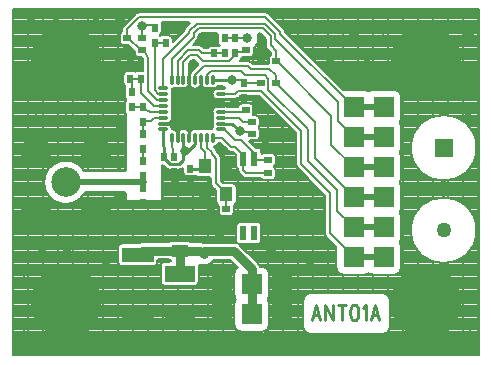
<source format=gbr>
*
*
G04 PADS 9.5 Build Number: 522968 generated Gerber (RS-274-X) file*
G04 PC Version=2.1*
*
%IN "ANT01.pcb"*%
*
%MOIN*%
*
%FSLAX35Y35*%
*
*
*
*
G04 PC Standard Apertures*
*
*
G04 Thermal Relief Aperture macro.*
%AMTER*
1,1,$1,0,0*
1,0,$1-$2,0,0*
21,0,$3,$4,0,0,45*
21,0,$3,$4,0,0,135*
%
*
*
G04 Annular Aperture macro.*
%AMANN*
1,1,$1,0,0*
1,0,$2,0,0*
%
*
*
G04 Odd Aperture macro.*
%AMODD*
1,1,$1,0,0*
1,0,$1-0.005,0,0*
%
*
*
G04 PC Custom Aperture Macros*
*
*
*
*
*
*
G04 PC Aperture Table*
*
%ADD012R,0.07X0.07*%
%ADD013C,0.23622*%
%ADD014C,0.05*%
%ADD017C,0.02*%
%ADD019C,0.03*%
%ADD024C,0.001*%
%ADD025C,0.01*%
%ADD036C,0.008*%
%ADD040R,0.06X0.06*%
%ADD055C,0.006*%
%ADD056R,0.025X0.02*%
%ADD057R,0.02X0.025*%
%ADD058R,0.04331X0.04724*%
%ADD059O,0.03346X0.01181*%
%ADD060O,0.01181X0.03346*%
%ADD061R,0.144X0.144*%
%ADD062R,0.02362X0.04724*%
%ADD063R,0.056X0.039*%
%ADD064C,0.09843*%
%ADD065C,0.10236*%
%ADD066R,0.1X0.055*%
%ADD067R,0.105X0.05*%
%ADD068C,0.019*%
%ADD069C,0.032*%
%ADD070C,0.024*%
*
*
*
*
G04 PC Circuitry*
G04 Layer Name ANT01.pcb - circuitry*
%LPD*%
*
*
G04 PC Custom Flashes*
G04 Layer Name ANT01.pcb - flashes*
%LPD*%
*
*
G04 PC Circuitry*
G04 Layer Name ANT01.pcb - circuitry*
%LPD*%
*
G54D12*
G01X226000Y185000D03*
X216000D03*
X226000Y165000D03*
X216000D03*
X226000Y175000D03*
X216000D03*
X226000Y135000D03*
X216000D03*
X226000Y145000D03*
X216000D03*
X226000Y155000D03*
X216000D03*
X172000Y126000D03*
Y116000D03*
X182000Y126000D03*
Y116000D03*
X192000Y126000D03*
Y116000D03*
G54D13*
X120000Y120000D03*
X240000Y200000D03*
Y120000D03*
X120000Y200000D03*
G54D14*
X246000Y144000D03*
G54D17*
X120300Y160300D02*
X120000Y160000D01*
X146000*
G54D19*
X144000Y135800D02*
X145400Y137200D01*
X158000*
Y129500D02*
Y137200D01*
X164800*
X166000Y136000*
Y137000*
X176000*
X182000Y131000*
Y126000*
Y116000*
G54D24*
G54D25*
X203455Y119250D02*
X202000Y114000D01*
X203455Y119250D02*
X204909Y114000D01*
X202545Y115750D02*
X204364D01*
X206545Y119250D02*
Y114000D01*
Y119250D02*
X209091Y114000D01*
Y119250D02*
Y114000D01*
X212000Y119250D02*
Y114000D01*
X210727Y119250D02*
X213273D01*
X216000D02*
X215455Y119000D01*
X215091Y118250*
X214909Y117000*
Y116250*
X215091Y115000*
X215455Y114250*
X216000Y114000*
X216364*
X216909Y114250*
X217273Y115000*
X217455Y116250*
Y117000*
X217273Y118250*
X216909Y119000*
X216364Y119250*
X216000*
X219091Y118250D02*
X219455Y118500D01*
X220000Y119250*
Y114000*
X223091Y119250D02*
X221636Y114000D01*
X223091Y119250D02*
X224545Y114000D01*
X222182Y115750D02*
X224000D01*
X159200Y170800D02*
Y170400D01*
X159600*
X159200Y170800D02*
Y171000D01*
X159247Y171047*
Y174854*
X152780Y168860D02*
Y167973D01*
X154753Y166000*
X157647*
X159200Y167553*
Y170400*
X157476Y179776D02*
X157321Y179579D01*
X162200Y184500*
X161200Y189100D02*
X161216Y193063D01*
Y194146*
X161200Y189100D02*
X162200Y184500D01*
X161200Y178600*
Y175000*
X161216Y174854*
X159600Y170400D02*
X160784D01*
X163184Y172800*
X157279Y174854D02*
X157300Y175200D01*
Y178800*
X162200Y184500*
X152554Y177610D02*
Y172023D01*
X152780Y171797*
Y168860*
X152554Y179579D02*
X157321D01*
X162200Y184500*
X165200Y190500*
Y194146*
X168300Y190500D02*
X162200Y184500D01*
X167100Y187400*
X171846*
X162200Y184500D02*
X167500Y185400D01*
X171846*
X163184Y174854D02*
Y172800D01*
X171846Y187453D02*
Y187400D01*
Y185484D02*
Y185400D01*
Y179579D02*
X175421D01*
X178000Y177000*
X161500Y164500D02*
X166500D01*
Y165402*
X171800Y191400D02*
X171846Y191390D01*
X165153Y194146D02*
X165200D01*
X169090D02*
Y194000D01*
X175500*
G54D36*
X155310Y174854D02*
Y173772D01*
X155600Y169350*
Y168500*
X156200*
X145784Y176015D02*
Y180015D01*
X142059Y189999D02*
Y194500D01*
Y184999D02*
Y185015D01*
X145784*
Y180015D02*
Y180534D01*
X148384*
X149281Y181431*
X152554*
Y181547*
X145784Y185015D02*
Y184354D01*
X148500Y183500*
X152554*
Y183516*
X145784Y158015D02*
X146000Y158231D01*
Y160000*
X145784Y167015D02*
Y171015D01*
Y162015D02*
X146000Y161800D01*
Y160000*
X162200Y184500D02*
X168200Y190500D01*
Y191300*
X171756*
X171846Y191390*
X178000Y177000D02*
X181254Y176835D01*
X182104*
Y176235*
X179228Y167902D02*
Y163939D01*
X180168Y163000*
X187500*
X183030Y167902D02*
X182772D01*
Y167500*
X187500*
X169090Y174854D02*
X172146D01*
X175188Y171812*
X176499*
X179228Y169083*
Y167902*
X167121Y174854D02*
X167182D01*
Y171581*
X168670Y170092*
Y169456*
X169653Y168473*
Y168446*
X169711Y168388*
Y168353*
X169817Y168247*
Y168169*
X170000Y167986*
Y159697*
X173500Y156197*
Y156000*
X165153Y174854D02*
Y171347D01*
X166500Y170000*
Y165402*
X171846Y189421D02*
X176421D01*
X177500Y190500*
X185000*
X198500Y177000*
Y166000*
X208000Y156500*
Y143000*
X216000Y135000*
X171846Y183516D02*
X176984D01*
X177100Y183400*
X180000*
Y184000*
X171846Y181547D02*
X177634D01*
X179107Y180074*
X182057*
X171846Y177610D02*
X172928D01*
X176539Y174000*
X178370*
X183030Y169341*
Y167902*
X173500Y156000D02*
X173513D01*
Y155987*
Y150985D02*
Y155987D01*
X161216Y195228D02*
X162500Y199500D01*
X140750Y208000D02*
X145250Y204000D01*
X142059Y194500D02*
X145000D01*
X137500Y199500D02*
X141500D01*
X145500Y212000D02*
Y212323D01*
X149671*
Y211473*
X145500Y208000D02*
Y212000D01*
X140500Y208000D02*
Y210960D01*
X144540Y215000*
X186485*
X191500Y209985*
Y209500*
X216000Y185000*
X149671Y206473D02*
X153358D01*
Y206459*
X149671Y206473D02*
Y190658D01*
X150829Y189500*
X152476*
X152554Y189421*
X145500Y204000D02*
X145989D01*
X147500Y201487*
Y190314*
X150314Y187500*
X152507*
X152554Y187453*
Y191390D02*
Y201181D01*
X161100Y209727*
Y210323*
X163677Y212900*
X186323*
X189900Y209323*
Y207600*
X210700Y186800*
Y180300*
X216000Y175000*
X155310Y194146D02*
Y201147D01*
X162700Y208537*
Y209660*
X164340Y211300*
X185660*
X188300Y208660*
Y205700*
X190200Y203800*
Y200300*
X157279Y194146D02*
Y200501D01*
X160777Y204000*
X164500*
X165500Y203000*
X169500*
X159247Y194146D02*
Y200207D01*
X161340Y202300*
X163799*
X165599Y200500*
X174487*
X176619Y202631*
Y203000*
X141500Y194500D02*
X142059D01*
X145000D02*
Y189765D01*
X149281Y185484*
X152554*
X176500Y203576D02*
X180200D01*
X176561Y203000D02*
X176619D01*
X175500Y194000D02*
X178800D01*
X179500Y193300*
Y193000*
X173000Y208000D02*
X176500D01*
X190200Y200300D02*
X190450D01*
X208500Y182250*
Y172500*
X216000Y165000*
X190000Y193000D02*
X190250D01*
X203000Y180250*
Y168000*
X216000Y155000*
X176500Y208000D02*
X180500D01*
X176500Y203000D02*
X176561D01*
X163184Y194146D02*
Y195792D01*
X166011Y198619*
X180897*
X181766Y197750*
X187850*
X190000Y195600*
Y193000*
X167121Y194146D02*
Y195792D01*
X168348Y197019*
X178338*
X178338D02*
X179681Y195675D01*
X186272*
X187500Y194447*
Y190908*
X200750Y177658*
Y167000*
X210450Y157300*
Y150550*
X216000Y145000*
X179500Y193000D02*
X185000D01*
X257030Y144000D02*
G75*
G03X257030I-11030J0D01*
G01Y171500D02*
G03X257030I-11030J0D01*
G01X257600Y102400D02*
Y217600D01*
X102400*
Y102400*
X257600*
X188400Y202587D02*
Y203054D01*
X187027Y204427*
X186500Y205700D02*
G03X187027Y204427I1800J-0D01*
G01X186500Y205700D02*
Y207914D01*
X184914Y209500*
X184208*
X182850Y204763D02*
G03X184208Y209500I-2350J3237D01*
G01X182850Y204763D02*
Y203000D01*
X181450Y201600D02*
G03X182850Y203000I0J1400D01*
G01X181450Y201600D02*
X178950D01*
X178892Y201601D02*
G03X178950Y201600I58J1399D01*
G01X177934Y200419D02*
G03X178892Y201601I-434J1331D01*
G01X177934Y200419D02*
X180897D01*
X182170Y199892D02*
G03X180897Y200419I-1273J-1273D01*
G01X182170Y199892D02*
X182511Y199550D01*
X187550*
Y201300*
X188400Y202587D02*
G03X187550Y201300I550J-1287D01*
G01X161911Y197065D02*
X164200Y199353D01*
X163053Y200500*
X162086*
X161047Y199461*
Y196078*
X161216Y195524D02*
G03X161047Y196078I-1969J-296D01*
G01X161420Y196151D02*
G03X161216Y195524I1764J-923D01*
G01X161911Y197065D02*
G03X161420Y196151I1273J-1273D01*
G01X171369Y205500D02*
G03X171250Y205432I631J-1250D01*
G01X170600Y206750D02*
G03X171369Y205500I1400J0D01*
G01X170600Y206750D02*
Y209250D01*
X170622Y209500D02*
G03X170600Y209250I1378J-250D01*
G01X170622Y209500D02*
X165086D01*
X164500Y208914*
Y208537*
X163973Y207264D02*
G03X164500Y208537I-1273J1273D01*
G01X163973Y207264D02*
X162509Y205800D01*
X164500*
X165773Y205273D02*
G03X164500Y205800I-1273J-1273D01*
G01X165773Y205273D02*
X166246Y204800D01*
X167213*
X168500Y205650D02*
G03X167213Y204800I0J-1400D01*
G01X168500Y205650D02*
X170500D01*
X171250Y205432D02*
G03X170500Y205650I-750J-1182D01*
G01X159827Y211595D02*
X161432Y213200D01*
X151987*
X152071Y212723D02*
G03X151987Y213200I-1400J0D01*
G01X152071Y212723D02*
Y210223D01*
X151301Y208973D02*
G03X152071Y210223I-630J1250D01*
G01X151524Y208833D02*
G03X151301Y208973I-853J-1110D01*
G01X152358Y209109D02*
G03X151524Y208833I0J-1400D01*
G01X152358Y209109D02*
X154358D01*
X155758Y207709D02*
G03X154358Y209109I-1400J0D01*
G01X155758Y207709D02*
Y206930D01*
X159307Y210479*
X159827Y211595D02*
G03X159307Y210479I1273J-1272D01*
G01X257030Y144000D02*
G03X257030I-11030J0D01*
G01Y171500D02*
G03X257030I-11030J0D01*
G01X228173Y120750D02*
Y111750D01*
X225773Y109350D02*
G03X228173Y111750I-0J2400D01*
G01X225773Y109350D02*
X201500D01*
X199100Y111750D02*
G03X201500Y109350I2400J0D01*
G01X199100Y111750D02*
Y120750D01*
X201500Y123150D02*
G03X199100Y120750I0J-2400D01*
G01X201500Y123150D02*
X225773D01*
X228173Y120750D02*
G03X225773Y123150I-2400J0D01*
G01X231900Y188500D02*
Y181500D01*
X231374Y180000D02*
G03X231900Y181500I-1874J1500D01*
G01Y178500D02*
G03X231374Y180000I-2400J0D01*
G01X231900Y178500D02*
Y171500D01*
X231374Y170000D02*
G03X231900Y171500I-1874J1500D01*
G01Y168500D02*
G03X231374Y170000I-2400J0D01*
G01X231900Y168500D02*
Y161500D01*
X231374Y160000D02*
G03X231900Y161500I-1874J1500D01*
G01Y158500D02*
G03X231374Y160000I-2400J0D01*
G01X231900Y158500D02*
Y151500D01*
X231374Y150000D02*
G03X231900Y151500I-1874J1500D01*
G01Y148500D02*
G03X231374Y150000I-2400J0D01*
G01X231900Y148500D02*
Y141500D01*
X231374Y140000D02*
G03X231900Y141500I-1874J1500D01*
G01Y138500D02*
G03X231374Y140000I-2400J0D01*
G01X231900Y138500D02*
Y131500D01*
X229500Y129100D02*
G03X231900Y131500I0J2400D01*
G01X229500Y129100D02*
X222500D01*
X221000Y129626D02*
G03X222500Y129100I1500J1874D01*
G01X219500D02*
G03X221000Y129626I0J2400D01*
G01X219500Y129100D02*
X212500D01*
X210100Y131500D02*
G03X212500Y129100I2400J0D01*
G01X210100Y131500D02*
Y138354D01*
X206727Y141727*
X206200Y143000D02*
G03X206727Y141727I1800J0D01*
G01X206200Y143000D02*
Y155754D01*
X197227Y164727*
X196700Y166000D02*
G03X197227Y164727I1800J0D01*
G01X196700Y166000D02*
Y176254D01*
X184254Y188700*
X178246*
X177694Y188148*
X176421Y187621D02*
G03X177694Y188148I0J1800D01*
G01X176421Y187621D02*
X173778D01*
X172928Y187431D02*
G03X173778Y187621I0J1990D01*
G01X172928Y187431D02*
X170763D01*
Y191412D02*
G03Y187431I0J-1991D01*
G01Y191412D02*
X172450D01*
X171980Y192100D02*
G03X172450Y191412I3520J1900D01*
G01X171980Y192100D02*
X170832D01*
X168106Y191333D02*
G03X170832Y192100I984J1730D01*
G01X165153Y192768D02*
G03X168106Y191333I1968J295D01*
G01X161216Y192767D02*
G03X165153Y192768I1968J296D01*
G01X158263Y191333D02*
G03X161216Y192767I984J1730D01*
G01X156294Y191333D02*
G03X158263I985J1730D01*
G01X155606Y191094D02*
G03X156294Y191333I-296J1969D01*
G01X155367Y190406D02*
G03X155606Y191094I-1730J984D01*
G01X155367Y188437D02*
G03Y190406I-1730J984D01*
G01Y186469D02*
G03Y188437I-1730J984D01*
G01Y184500D02*
G03Y186468I-1730J984D01*
G01Y182532D02*
G03Y184500I-1730J984D01*
G01X153933Y179579D02*
G03X155367Y182531I-296J1968D01*
G01X155606Y177906D02*
G03X153933Y179579I-1969J-296D01*
G01X157279Y176233D02*
G03X155606Y177906I-1969J-296D01*
G01X161216Y176233D02*
G03X157279I-1969J-296D01*
G01X164168Y177667D02*
G03X161216Y176233I-984J-1730D01*
G01X166137Y177667D02*
G03X164169I-984J-1730D01*
G01X168106D02*
G03X166137I-985J-1730D01*
G01X168794Y177906D02*
G03X168106Y177667I296J-1969D01*
G01X169033Y178594D02*
G03X168794Y177906I1730J-984D01*
G01X169033Y180563D02*
G03Y178594I1730J-984D01*
G01Y182531D02*
G03Y180563I1730J-984D01*
G01X170763Y185506D02*
G03X169033Y182532I0J-1990D01*
G01X170763Y185506D02*
X172928D01*
X173778Y185316D02*
G03X172928Y185506I-850J-1800D01*
G01X173778Y185316D02*
X176984D01*
X177377Y185272D02*
G03X176984Y185316I-393J-1756D01*
G01X178750Y186400D02*
G03X177377Y185272I0J-1400D01*
G01X178750Y186400D02*
X181250D01*
X182650Y185000D02*
G03X181250Y186400I-1400J0D01*
G01X182650Y185000D02*
Y183000D01*
X182548Y182474D02*
G03X182650Y183000I-1298J526D01*
G01X182548Y182474D02*
X183307D01*
X184707Y181074D02*
G03X183307Y182474I-1400J0D01*
G01X184707Y181074D02*
Y179074D01*
X184386Y178182D02*
G03X184707Y179074I-1079J892D01*
G01X184754Y177235D02*
G03X184386Y178181I-1400J0D01*
G01X184754Y177235D02*
Y175235D01*
X183354Y173835D02*
G03X184754Y175235I-0J1400D01*
G01X183354Y173835D02*
X181081D01*
X183252Y171664*
X183953*
X185353Y170264D02*
G03X183953Y171664I-1400J-0D01*
G01X185353Y170264D02*
Y169575D01*
X186250Y169900D02*
G03X185353Y169575I0J-1400D01*
G01X186250Y169900D02*
X188750D01*
X190150Y168500D02*
G03X188750Y169900I-1400J0D01*
G01X190150Y168500D02*
Y166500D01*
X189381Y165250D02*
G03X190150Y166500I-631J1250D01*
G01Y164000D02*
G03X189381Y165250I-1400J0D01*
G01X190150Y164000D02*
Y162000D01*
X188750Y160600D02*
G03X190150Y162000I0J1400D01*
G01X188750Y160600D02*
X186250D01*
X185101Y161200D02*
G03X186250Y160600I1149J800D01*
G01X185101Y161200D02*
X180168D01*
X178895Y161727D02*
G03X180168Y161200I1273J1273D01*
G01X178895Y161727D02*
X177956Y162667D01*
X177428Y163939D02*
G03X177956Y162667I1800J0D01*
G01X177428Y163939D02*
Y164284D01*
X176647Y165539D02*
G03X177428Y164284I1400J0D01*
G01X176647Y165539D02*
Y169118D01*
X175753Y170012*
X175188*
X173915Y170539D02*
G03X175188Y170012I1273J1273D01*
G01X173915Y170539D02*
X171400Y173054D01*
X170947*
X169487Y171821D02*
G03X170947Y173054I-397J1951D01*
G01X169487Y171821D02*
X169943Y171365D01*
X170467Y170205D02*
G03X169943Y171365I-1797J-113D01*
G01X170467Y170205D02*
X170926Y169746D01*
X171172Y169439D02*
G03X170926Y169746I-1519J-966D01*
G01X171200Y169398D02*
G03X171172Y169439I-1489J-1010D01*
G01X171375Y169147D02*
G03X171200Y169398I-1558J-900D01*
G01X171800Y167986D02*
G03X171375Y169147I-1800J0D01*
G01X171800Y167986D02*
Y160442D01*
X172480Y159762*
X175665*
X177065Y158362D02*
G03X175665Y159762I-1400J0D01*
G01X177065Y158362D02*
Y153638D01*
X176123Y152315D02*
G03X177065Y153638I-458J1323D01*
G01X176163Y151985D02*
G03X176123Y152315I-1400J-0D01*
G01X176163Y151985D02*
Y149985D01*
X174763Y148585D02*
G03X176163Y149985I-0J1400D01*
G01X174763Y148585D02*
X172263D01*
X170863Y149985D02*
G03X172263Y148585I1400J-0D01*
G01X170863Y149985D02*
Y151985D01*
X170900Y152307D02*
G03X170863Y151985I1363J-322D01*
G01X169935Y153638D02*
G03X170900Y152307I1400J-0D01*
G01X169935Y153638D02*
Y157217D01*
X168727Y158424*
X168200Y159697D02*
G03X168727Y158424I1800J-0D01*
G01X168200Y159697D02*
Y161639D01*
X164335*
X163297Y162099D02*
G03X164335Y161639I1038J940D01*
G01X162500Y161850D02*
G03X163297Y162099I0J1400D01*
G01X162500Y161850D02*
X160500D01*
X159100Y163250D02*
G03X160500Y161850I1400J0D01*
G01X159100Y163250D02*
Y164766D01*
X158991Y164656*
X157647Y164100D02*
G03X158991Y164656I0J1900D01*
G01X157647Y164100D02*
X154753D01*
X153409Y164656D02*
G03X154753Y164100I1344J1344D01*
G01X153409Y164656D02*
X152216Y165850D01*
X152200*
Y154100*
X151800Y153700D02*
G03X152200Y154100I0J400D01*
G01X151800Y153700D02*
X140300D01*
X139900Y154100D02*
G03X140300Y153700I400J0D01*
G01X139900Y154100D02*
Y156700D01*
X126535*
X126258Y163800D02*
G03X126535Y156700I-6258J-3800D01*
G01X126258Y163800D02*
X139900D01*
Y182963*
X139659Y183749D02*
G03X139900Y182963I1400J-0D01*
G01X139659Y183749D02*
Y186249D01*
X139900Y187035D02*
G03X139659Y186249I1159J-786D01*
G01X139900Y187035D02*
Y187963D01*
X139659Y188749D02*
G03X139900Y187963I1400J-0D01*
G01X139659Y188749D02*
Y191249D01*
X139875Y191997D02*
G03X139659Y191249I1184J-748D01*
G01X139100Y193250D02*
G03X139875Y191997I1400J0D01*
G01X139100Y193250D02*
Y195750D01*
X140500Y197150D02*
G03X139100Y195750I0J-1400D01*
G01X140500Y197150D02*
X142500D01*
X143250Y196932D02*
G03X142500Y197150I-750J-1182D01*
G01X144000D02*
G03X143250Y196932I0J-1400D01*
G01X144000Y197150D02*
X145700D01*
Y200988*
X145332Y201600*
X144250*
X142850Y203000D02*
G03X144250Y201600I1400J0D01*
G01X142850Y203000D02*
Y203725D01*
X140741Y205600*
X139250*
X137850Y207000D02*
G03X139250Y205600I1400J0D01*
G01X137850Y207000D02*
Y209000D01*
X138700Y210287D02*
G03X137850Y209000I550J-1287D01*
G01X138700Y210287D02*
Y210960D01*
X139227Y212233D02*
G03X138700Y210960I1273J-1273D01*
G01X139227Y212233D02*
X143267Y216273D01*
X144540Y216800D02*
G03X143267Y216273I0J-1800D01*
G01X144540Y216800D02*
X186485D01*
X187758Y216273D02*
G03X186485Y216800I-1273J-1273D01*
G01X187758Y216273D02*
X192773Y211258D01*
X193278Y210268D02*
G03X192773Y211258I-1778J-283D01*
G01X193278Y210268D02*
X212646Y190900D01*
X219500*
X221000Y190374D02*
G03X219500Y190900I-1500J-1874D01*
G01X222500D02*
G03X221000Y190374I0J-2400D01*
G01X222500Y190900D02*
X229500D01*
X231900Y188500D02*
G03X229500Y190900I-2400J0D01*
G01X187900Y129500D02*
Y122500D01*
X187374Y121000D02*
G03X187900Y122500I-1874J1500D01*
G01Y119500D02*
G03X187374Y121000I-2400J0D01*
G01X187900Y119500D02*
Y112500D01*
X185500Y110100D02*
G03X187900Y112500I0J2400D01*
G01X185500Y110100D02*
X178500D01*
X176100Y112500D02*
G03X178500Y110100I2400J0D01*
G01X176100Y112500D02*
Y119500D01*
X176626Y121000D02*
G03X176100Y119500I1874J-1500D01*
G01Y122500D02*
G03X176626Y121000I2400J0D01*
G01X176100Y122500D02*
Y129500D01*
X177313Y131586D02*
G03X176100Y129500I1187J-2086D01*
G01X177313Y131586D02*
X174799Y134100D01*
X169520*
X164397Y132335D02*
G03X169520Y134100I1603J3665D01*
G01X164400Y132250D02*
G03X164397Y132335I-1400J0D01*
G01X164400Y132250D02*
Y126750D01*
X163000Y125350D02*
G03X164400Y126750I0J1400D01*
G01X163000Y125350D02*
X153000D01*
X151600Y126750D02*
G03X153000Y125350I1400J0D01*
G01X151600Y126750D02*
Y132250D01*
X153000Y133650D02*
G03X151600Y132250I0J-1400D01*
G01X153000Y133650D02*
X155100D01*
Y133854*
X154172Y134300D02*
G03X155100Y133854I1028J950D01*
G01X154172Y134300D02*
X150650D01*
Y133300*
X149250Y131900D02*
G03X150650Y133300I0J1400D01*
G01X149250Y131900D02*
X138750D01*
X137350Y133300D02*
G03X138750Y131900I1400J0D01*
G01X137350Y133300D02*
Y138300D01*
X138750Y139700D02*
G03X137350Y138300I0J-1400D01*
G01X138750Y139700D02*
X143930D01*
X145400Y140100D02*
G03X143930Y139700I0J-2900D01*
G01X145400Y140100D02*
X154172D01*
X155200Y140550D02*
G03X154172Y140100I0J-1400D01*
G01X155200Y140550D02*
X160800D01*
X161828Y140100D02*
G03X160800Y140550I-1028J-950D01*
G01X161828Y140100D02*
X164800D01*
X165619Y139982D02*
G03X164800Y140100I-819J-2782D01*
G01X166889Y139900D02*
G03X165619Y139982I-889J-3900D01*
G01X166889Y139900D02*
X176000D01*
X177148Y139663D02*
G03X176000Y139900I-1148J-2663D01*
G01X176647Y140736D02*
G03X177148Y139663I1400J0D01*
G01X176647Y140736D02*
Y145461D01*
X178047Y146861D02*
G03X176647Y145461I0J-1400D01*
G01X178047Y146861D02*
X180409D01*
X181000Y146730D02*
G03X180409Y146861I-591J-1269D01*
G01X181591D02*
G03X181000Y146730I-0J-1400D01*
G01X181591Y146861D02*
X183953D01*
X185353Y145461D02*
G03X183953Y146861I-1400J-0D01*
G01X185353Y145461D02*
Y140736D01*
X183953Y139336D02*
G03X185353Y140736I-0J1400D01*
G01X183953Y139336D02*
X181591D01*
X181000Y139467D02*
G03X181591Y139336I591J1269D01*
G01X180409D02*
G03X181000Y139467I0J1400D01*
G01X180409Y139336D02*
X178047D01*
X177627Y139401D02*
G03X178047Y139336I420J1335D01*
G01X178051Y139051D02*
G03X177627Y139401I-2051J-2051D01*
G01X178051Y139051D02*
X184051Y133051D01*
X184757Y131900D02*
G03X184051Y133051I-2757J-900D01*
G01X184757Y131900D02*
X185500D01*
X187900Y129500D02*
G03X185500Y131900I-2400J0D01*
G01X151988Y213199D02*
X161431D01*
X152071Y212479D02*
X160711D01*
X152071Y211759D02*
X159991D01*
X152071Y211039D02*
X159449D01*
X152071Y210319D02*
X159146D01*
X151924Y209599D02*
X158426D01*
X155128Y208879D02*
X157706D01*
X155684Y208159D02*
X156986D01*
X155758Y207439D02*
X156266D01*
X151462Y208879D02*
X151589D01*
X162708Y205999D02*
X170819D01*
X163428Y206719D02*
X170600D01*
X164500Y208879D02*
X170600D01*
X164460Y208159D02*
X170600D01*
X164126Y207439D02*
X170600D01*
X165767Y205279D02*
X167550D01*
X161105Y199519D02*
X164034D01*
X161047Y198799D02*
X163645D01*
X161825Y200239D02*
X163314D01*
X161047Y198079D02*
X162925D01*
X161047Y197359D02*
X162205D01*
X161047Y196639D02*
X161596D01*
X161114Y195919D02*
X161317D01*
X182850Y203119D02*
X188336D01*
X182714Y202399D02*
X188082D01*
X182850Y203839D02*
X187616D01*
X181913Y201679D02*
X187602D01*
X178655Y200959D02*
X187550D01*
X181682Y200239D02*
X187550D01*
X182850Y204559D02*
X186908D01*
X183432Y205279D02*
X186550D01*
X184460Y207439D02*
X186500D01*
X184289Y206719D02*
X186500D01*
X183963Y205999D02*
X186500D01*
X184497Y208159D02*
X186255D01*
X184402Y208879D02*
X185535D01*
X102400Y217519D02*
X257600D01*
X186555Y216799D02*
X257600D01*
X187952Y216079D02*
X257600D01*
X188672Y215359D02*
X257600D01*
X189392Y214639D02*
X257600D01*
X190112Y213919D02*
X257600D01*
X190832Y213199D02*
X257600D01*
X191552Y212479D02*
X257600D01*
X192272Y211759D02*
X257600D01*
X192960Y211039D02*
X257600D01*
X193269Y210319D02*
X257600D01*
X193947Y209599D02*
X257600D01*
X194667Y208879D02*
X257600D01*
X195387Y208159D02*
X257600D01*
X196107Y207439D02*
X257600D01*
X196827Y206719D02*
X257600D01*
X197547Y205999D02*
X257600D01*
X198267Y205279D02*
X257600D01*
X198987Y204559D02*
X257600D01*
X199707Y203839D02*
X257600D01*
X200427Y203119D02*
X257600D01*
X201147Y202399D02*
X257600D01*
X201867Y201679D02*
X257600D01*
X202587Y200959D02*
X257600D01*
X203307Y200239D02*
X257600D01*
X204027Y199519D02*
X257600D01*
X204747Y198799D02*
X257600D01*
X205467Y198079D02*
X257600D01*
X206187Y197359D02*
X257600D01*
X206907Y196639D02*
X257600D01*
X207627Y195919D02*
X257600D01*
X208347Y195199D02*
X257600D01*
X209067Y194479D02*
X257600D01*
X209787Y193759D02*
X257600D01*
X210507Y193039D02*
X257600D01*
X211227Y192319D02*
X257600D01*
X211947Y191599D02*
X257600D01*
X229819Y190879D02*
X257600D01*
X231235Y190159D02*
X257600D01*
X231709Y189439D02*
X257600D01*
X231890Y188719D02*
X257600D01*
X231900Y187999D02*
X257600D01*
X231900Y187279D02*
X257600D01*
X231900Y186559D02*
X257600D01*
X231900Y185839D02*
X257600D01*
X231900Y185119D02*
X257600D01*
X231900Y184399D02*
X257600D01*
X231900Y183679D02*
X257600D01*
X231900Y182959D02*
X257600D01*
X248519Y182239D02*
X257600D01*
X250614Y181519D02*
X257600D01*
X251933Y180799D02*
X257600D01*
X252933Y180079D02*
X257600D01*
X253740Y179359D02*
X257600D01*
X254409Y178639D02*
X257600D01*
X254970Y177919D02*
X257600D01*
X255444Y177199D02*
X257600D01*
X255843Y176479D02*
X257600D01*
X256175Y175759D02*
X257600D01*
X256447Y175039D02*
X257600D01*
X256664Y174319D02*
X257600D01*
X256829Y173599D02*
X257600D01*
X256944Y172879D02*
X257600D01*
X257010Y172159D02*
X257600D01*
X257030Y171439D02*
X257600D01*
X257002Y170719D02*
X257600D01*
X256928Y169999D02*
X257600D01*
X256804Y169279D02*
X257600D01*
X256631Y168559D02*
X257600D01*
X256405Y167839D02*
X257600D01*
X256123Y167119D02*
X257600D01*
X255780Y166399D02*
X257600D01*
X255369Y165679D02*
X257600D01*
X254881Y164959D02*
X257600D01*
X254303Y164239D02*
X257600D01*
X253613Y163519D02*
X257600D01*
X252779Y162799D02*
X257600D01*
X251736Y162079D02*
X257600D01*
X250338Y161359D02*
X257600D01*
X247923Y160639D02*
X257600D01*
X231436Y159919D02*
X257600D01*
X231796Y159199D02*
X257600D01*
X231900Y158479D02*
X257600D01*
X231900Y157759D02*
X257600D01*
X231900Y157039D02*
X257600D01*
X231900Y156319D02*
X257600D01*
X231900Y155599D02*
X257600D01*
X247822Y154879D02*
X257600D01*
X250297Y154159D02*
X257600D01*
X251708Y153439D02*
X257600D01*
X252756Y152719D02*
X257600D01*
X253595Y151999D02*
X257600D01*
X254288Y151279D02*
X257600D01*
X254868Y150559D02*
X257600D01*
X255358Y149839D02*
X257600D01*
X255771Y149119D02*
X257600D01*
X256115Y148399D02*
X257600D01*
X256399Y147679D02*
X257600D01*
X256626Y146959D02*
X257600D01*
X256801Y146239D02*
X257600D01*
X256925Y145519D02*
X257600D01*
X257001Y144799D02*
X257600D01*
X257030Y144079D02*
X257600D01*
X257012Y143359D02*
X257600D01*
X256946Y142639D02*
X257600D01*
X256832Y141919D02*
X257600D01*
X256669Y141199D02*
X257600D01*
X256453Y140479D02*
X257600D01*
X256182Y139759D02*
X257600D01*
X255851Y139039D02*
X257600D01*
X255454Y138319D02*
X257600D01*
X254983Y137599D02*
X257600D01*
X254423Y136879D02*
X257600D01*
X253757Y136159D02*
X257600D01*
X252955Y135439D02*
X257600D01*
X251960Y134719D02*
X257600D01*
X250652Y133999D02*
X257600D01*
X248592Y133279D02*
X257600D01*
X231900Y132559D02*
X257600D01*
X231900Y131839D02*
X257600D01*
X231870Y131119D02*
X257600D01*
X231632Y130399D02*
X257600D01*
X231063Y129679D02*
X257600D01*
X187900Y128959D02*
X257600D01*
X187900Y128239D02*
X257600D01*
X187900Y127519D02*
X257600D01*
X187900Y126799D02*
X257600D01*
X187900Y126079D02*
X257600D01*
X187900Y125359D02*
X257600D01*
X187900Y124639D02*
X257600D01*
X187900Y123919D02*
X257600D01*
X187900Y123199D02*
X257600D01*
X227438Y122479D02*
X257600D01*
X227950Y121759D02*
X257600D01*
X228155Y121039D02*
X257600D01*
X228173Y120319D02*
X257600D01*
X228173Y119599D02*
X257600D01*
X228173Y118879D02*
X257600D01*
X228173Y118159D02*
X257600D01*
X228173Y117439D02*
X257600D01*
X228173Y116719D02*
X257600D01*
X228173Y115999D02*
X257600D01*
X228173Y115279D02*
X257600D01*
X228173Y114559D02*
X257600D01*
X228173Y113839D02*
X257600D01*
X228173Y113119D02*
X257600D01*
X228173Y112399D02*
X257600D01*
X228172Y111679D02*
X257600D01*
X228039Y110959D02*
X257600D01*
X227637Y110239D02*
X257600D01*
X226657Y109519D02*
X257600D01*
X102400Y108799D02*
X257600D01*
X102400Y108079D02*
X257600D01*
X102400Y107359D02*
X257600D01*
X102400Y106639D02*
X257600D01*
X102400Y105919D02*
X257600D01*
X102400Y105199D02*
X257600D01*
X102400Y104479D02*
X257600D01*
X102400Y103759D02*
X257600D01*
X102400Y103039D02*
X257600D01*
X231900Y154879D02*
X244178D01*
X231740Y160639D02*
X244077D01*
X231900Y182239D02*
X243481D01*
X231900Y133279D02*
X243408D01*
X231900Y154159D02*
X241703D01*
X231896Y161359D02*
X241662D01*
X231900Y181519D02*
X241386D01*
X231900Y133999D02*
X241348D01*
X231900Y153439D02*
X240292D01*
X231900Y162079D02*
X240264D01*
X231795Y180799D02*
X240067D01*
X231900Y134719D02*
X240040D01*
X231900Y152719D02*
X239244D01*
X231900Y162799D02*
X239221D01*
X231434Y180079D02*
X239067D01*
X231900Y135439D02*
X239045D01*
X231900Y151999D02*
X238405D01*
X231900Y163519D02*
X238387D01*
X231741Y179359D02*
X238260D01*
X231900Y136159D02*
X238243D01*
X231890Y151279D02*
X237712D01*
X231900Y164239D02*
X237697D01*
X231896Y178639D02*
X237591D01*
X231900Y136879D02*
X237577D01*
X231708Y150559D02*
X237132D01*
X231900Y164959D02*
X237119D01*
X231900Y177919D02*
X237030D01*
X231900Y137599D02*
X237017D01*
X231492Y149839D02*
X236642D01*
X231900Y165679D02*
X236631D01*
X231900Y177199D02*
X236556D01*
X231900Y138319D02*
X236546D01*
X231819Y149119D02*
X236229D01*
X231900Y166399D02*
X236220D01*
X231900Y176479D02*
X236157D01*
X231839Y139039D02*
X236149D01*
X231900Y148399D02*
X235885D01*
X231900Y167119D02*
X235877D01*
X231900Y175759D02*
X235825D01*
X231543Y139759D02*
X235818D01*
X231900Y147679D02*
X235601D01*
X231900Y167839D02*
X235595D01*
X231900Y175039D02*
X235553D01*
X231672Y140479D02*
X235547D01*
X231900Y146959D02*
X235374D01*
X231899Y168559D02*
X235369D01*
X231900Y174319D02*
X235336D01*
X231881Y141199D02*
X235331D01*
X231900Y146239D02*
X235199D01*
X231770Y169279D02*
X235196D01*
X231900Y173599D02*
X235171D01*
X231900Y141919D02*
X235168D01*
X231900Y145519D02*
X235075D01*
X231375Y169999D02*
X235072D01*
X231900Y172879D02*
X235056D01*
X231900Y142639D02*
X235054D01*
X231900Y144799D02*
X234999D01*
X231769Y170719D02*
X234998D01*
X231900Y172159D02*
X234990D01*
X231900Y143359D02*
X234988D01*
X231900Y144079D02*
X234970D01*
X231899Y171439D02*
X234970D01*
X219819Y190879D02*
X222181D01*
X187893Y129679D02*
X210937D01*
X187725Y130399D02*
X210368D01*
X187272Y131119D02*
X210130D01*
X178783Y138319D02*
X210100D01*
X179503Y137599D02*
X210100D01*
X180223Y136879D02*
X210100D01*
X180943Y136159D02*
X210100D01*
X181663Y135439D02*
X210100D01*
X182383Y134719D02*
X210100D01*
X183103Y133999D02*
X210100D01*
X183823Y133279D02*
X210100D01*
X184446Y132559D02*
X210100D01*
X186039Y131839D02*
X210100D01*
X178063Y139039D02*
X209416D01*
X184955Y139759D02*
X208696D01*
X185329Y140479D02*
X207976D01*
X185353Y141199D02*
X207256D01*
X185353Y141919D02*
X206561D01*
X185353Y142639D02*
X206237D01*
X177065Y155599D02*
X206200D01*
X177065Y154879D02*
X206200D01*
X177065Y154159D02*
X206200D01*
X177051Y153439D02*
X206200D01*
X176721Y152719D02*
X206200D01*
X176163Y151999D02*
X206200D01*
X176163Y151279D02*
X206200D01*
X176163Y150559D02*
X206200D01*
X176155Y149839D02*
X206200D01*
X175863Y149119D02*
X206200D01*
X102400Y148399D02*
X206200D01*
X102400Y147679D02*
X206200D01*
X102400Y146959D02*
X206200D01*
X185117Y146239D02*
X206200D01*
X185352Y145519D02*
X206200D01*
X185353Y144799D02*
X206200D01*
X185353Y144079D02*
X206200D01*
X185353Y143359D02*
X206200D01*
X177065Y156319D02*
X205636D01*
X177065Y157039D02*
X204916D01*
X177065Y157759D02*
X204196D01*
X177061Y158479D02*
X203476D01*
X176788Y159199D02*
X202756D01*
X172324Y159919D02*
X202036D01*
X189077Y160639D02*
X201316D01*
X102400Y109519D02*
X200616D01*
X189994Y161359D02*
X200596D01*
X190150Y162079D02*
X199876D01*
X187900Y122479D02*
X199835D01*
X186304Y110239D02*
X199636D01*
X187783Y121759D02*
X199322D01*
X187340Y110959D02*
X199234D01*
X190150Y162799D02*
X199156D01*
X187404Y121039D02*
X199117D01*
X187755Y111679D02*
X199101D01*
X187756Y120319D02*
X199100D01*
X187898Y119599D02*
X199100D01*
X187900Y118879D02*
X199100D01*
X187900Y118159D02*
X199100D01*
X187900Y117439D02*
X199100D01*
X187900Y116719D02*
X199100D01*
X187900Y115999D02*
X199100D01*
X187900Y115279D02*
X199100D01*
X187900Y114559D02*
X199100D01*
X187900Y113839D02*
X199100D01*
X187900Y113119D02*
X199100D01*
X187898Y112399D02*
X199100D01*
X190150Y163519D02*
X198436D01*
X190130Y164239D02*
X197716D01*
X189770Y164959D02*
X197032D01*
X189884Y165679D02*
X196729D01*
X184754Y175759D02*
X196700D01*
X184740Y175039D02*
X196700D01*
X184412Y174319D02*
X196700D01*
X181317Y173599D02*
X196700D01*
X182037Y172879D02*
X196700D01*
X182757Y172159D02*
X196700D01*
X184714Y171439D02*
X196700D01*
X185277Y170719D02*
X196700D01*
X185353Y169999D02*
X196700D01*
X189913Y169279D02*
X196700D01*
X190149Y168559D02*
X196700D01*
X190150Y167839D02*
X196700D01*
X190150Y167119D02*
X196700D01*
X190146Y166399D02*
X196700D01*
X184754Y176479D02*
X196476D01*
X184754Y177199D02*
X195756D01*
X184576Y177919D02*
X195036D01*
X184638Y178639D02*
X194316D01*
X184707Y179359D02*
X193596D01*
X184707Y180079D02*
X192876D01*
X184707Y180799D02*
X192156D01*
X184635Y181519D02*
X191436D01*
X184084Y182239D02*
X190716D01*
X182649Y182959D02*
X189996D01*
X182650Y183679D02*
X189276D01*
X182650Y184399D02*
X188556D01*
X182645Y185119D02*
X187836D01*
X182371Y185839D02*
X187116D01*
X155415Y186559D02*
X186396D01*
X171800Y160639D02*
X185923D01*
X155620Y187279D02*
X185676D01*
X177524Y187999D02*
X184956D01*
X171800Y161359D02*
X179429D01*
X171800Y162079D02*
X178543D01*
X171800Y162799D02*
X177836D01*
X102400Y110239D02*
X177696D01*
X155596Y185839D02*
X177629D01*
X171800Y163519D02*
X177478D01*
X171800Y164239D02*
X177428D01*
X164400Y131839D02*
X177060D01*
X176894Y139759D02*
X177045D01*
X102400Y146239D02*
X176883D01*
X171800Y164959D02*
X176773D01*
X164400Y131119D02*
X176728D01*
X161241Y140479D02*
X176671D01*
X102400Y110959D02*
X176660D01*
X102400Y145519D02*
X176648D01*
X171707Y168559D02*
X176647D01*
X171800Y167839D02*
X176647D01*
X171800Y167119D02*
X176647D01*
X171800Y166399D02*
X176647D01*
X171800Y165679D02*
X176647D01*
X102400Y144799D02*
X176647D01*
X102400Y144079D02*
X176647D01*
X102400Y143359D02*
X176647D01*
X102400Y142639D02*
X176647D01*
X102400Y141919D02*
X176647D01*
X102400Y141199D02*
X176647D01*
X102400Y121039D02*
X176596D01*
X171292Y169279D02*
X176487D01*
X168039Y132559D02*
X176340D01*
X164400Y130399D02*
X176275D01*
X102400Y111679D02*
X176245D01*
X102400Y120319D02*
X176244D01*
X102400Y121759D02*
X176217D01*
X164400Y129679D02*
X176107D01*
X102400Y112399D02*
X176102D01*
X102400Y119599D02*
X176102D01*
X102400Y122479D02*
X176100D01*
X164400Y128959D02*
X176100D01*
X164400Y128239D02*
X176100D01*
X164400Y127519D02*
X176100D01*
X164400Y126799D02*
X176100D01*
X164229Y126079D02*
X176100D01*
X163156Y125359D02*
X176100D01*
X102400Y124639D02*
X176100D01*
X102400Y123919D02*
X176100D01*
X102400Y123199D02*
X176100D01*
X102400Y118879D02*
X176100D01*
X102400Y118159D02*
X176100D01*
X102400Y117439D02*
X176100D01*
X102400Y116719D02*
X176100D01*
X102400Y115999D02*
X176100D01*
X102400Y115279D02*
X176100D01*
X102400Y114559D02*
X176100D01*
X102400Y113839D02*
X176100D01*
X102400Y113119D02*
X176100D01*
X170673Y169999D02*
X175767D01*
X168932Y133279D02*
X175620D01*
X169463Y133999D02*
X174900D01*
X170358Y170719D02*
X173736D01*
X169870Y171439D02*
X173016D01*
X170438Y191599D02*
X172301D01*
X170256Y172159D02*
X172296D01*
X170869Y172879D02*
X171576D01*
X102400Y149119D02*
X171163D01*
X102400Y149839D02*
X170871D01*
X102400Y151999D02*
X170863D01*
X102400Y151279D02*
X170863D01*
X102400Y150559D02*
X170863D01*
X120764Y152719D02*
X170279D01*
X123248Y153439D02*
X169949D01*
X152200Y157039D02*
X169935D01*
X152200Y156319D02*
X169935D01*
X152200Y155599D02*
X169935D01*
X152200Y154879D02*
X169935D01*
X152200Y154159D02*
X169935D01*
X155594Y185119D02*
X169583D01*
X155561Y190879D02*
X169407D01*
X152200Y157759D02*
X169393D01*
X155551Y187999D02*
X169371D01*
X155341Y178639D02*
X169008D01*
X155421Y184399D02*
X168979D01*
X155481Y180799D02*
X168919D01*
X155486Y190159D02*
X168914D01*
X155499Y188719D02*
X168901D01*
X155504Y182239D02*
X168896D01*
X155548Y182959D02*
X168852D01*
X154981Y180079D02*
X168836D01*
X167309Y177919D02*
X168796D01*
X154588Y179359D02*
X168785D01*
X155621Y183679D02*
X168779D01*
X155627Y181519D02*
X168773D01*
X155627Y189439D02*
X168773D01*
X152200Y158479D02*
X168675D01*
X152200Y159199D02*
X168270D01*
X152200Y161359D02*
X168200D01*
X152200Y160639D02*
X168200D01*
X152200Y159919D02*
X168200D01*
X165341Y177919D02*
X166933D01*
X164533Y191599D02*
X165773D01*
X165030Y192319D02*
X165275D01*
X163372Y177919D02*
X164965D01*
X163267Y162079D02*
X163316D01*
X159435Y177919D02*
X162996D01*
X160596Y191599D02*
X161836D01*
X160787Y177199D02*
X161645D01*
X161093Y192319D02*
X161338D01*
X161163Y176479D02*
X161269D01*
X152200Y162079D02*
X159733D01*
X152200Y162799D02*
X159175D01*
X158360Y164239D02*
X159100D01*
X152200Y163519D02*
X159100D01*
X155604Y177919D02*
X159059D01*
X156850Y177199D02*
X157708D01*
X157226Y176479D02*
X157332D01*
X102400Y140479D02*
X154759D01*
X150650Y133999D02*
X154572D01*
X152200Y164239D02*
X154040D01*
X152200Y164959D02*
X153107D01*
X102400Y125359D02*
X152844D01*
X152200Y165679D02*
X152387D01*
X150650Y133279D02*
X152050D01*
X102400Y126079D02*
X151771D01*
X150438Y132559D02*
X151634D01*
X102400Y131839D02*
X151600D01*
X102400Y131119D02*
X151600D01*
X102400Y130399D02*
X151600D01*
X102400Y129679D02*
X151600D01*
X102400Y128959D02*
X151600D01*
X102400Y128239D02*
X151600D01*
X102400Y127519D02*
X151600D01*
X102400Y126799D02*
X151600D01*
X102400Y200959D02*
X145700D01*
X102400Y200239D02*
X145700D01*
X102400Y199519D02*
X145700D01*
X102400Y198799D02*
X145700D01*
X102400Y198079D02*
X145700D01*
X102400Y197359D02*
X145700D01*
X102400Y216799D02*
X144471D01*
X102400Y139759D02*
X144035D01*
X102400Y201679D02*
X143787D01*
X102400Y216079D02*
X143073D01*
X102400Y202399D02*
X142986D01*
X102400Y203119D02*
X142850D01*
X102400Y203839D02*
X142722D01*
X102400Y215359D02*
X142353D01*
X102400Y204559D02*
X141912D01*
X102400Y214639D02*
X141633D01*
X102400Y205279D02*
X141102D01*
X102400Y213919D02*
X140913D01*
X102400Y213199D02*
X140193D01*
X102400Y187279D02*
X139900D01*
X102400Y182959D02*
X139900D01*
X102400Y182239D02*
X139900D01*
X102400Y181519D02*
X139900D01*
X102400Y180799D02*
X139900D01*
X102400Y180079D02*
X139900D01*
X102400Y179359D02*
X139900D01*
X102400Y178639D02*
X139900D01*
X102400Y177919D02*
X139900D01*
X102400Y177199D02*
X139900D01*
X102400Y176479D02*
X139900D01*
X102400Y175759D02*
X139900D01*
X102400Y175039D02*
X139900D01*
X102400Y174319D02*
X139900D01*
X102400Y173599D02*
X139900D01*
X102400Y172879D02*
X139900D01*
X102400Y172159D02*
X139900D01*
X102400Y171439D02*
X139900D01*
X102400Y170719D02*
X139900D01*
X102400Y169999D02*
X139900D01*
X102400Y169279D02*
X139900D01*
X102400Y168559D02*
X139900D01*
X102400Y167839D02*
X139900D01*
X121710Y167119D02*
X139900D01*
X123558Y166399D02*
X139900D01*
X124621Y165679D02*
X139900D01*
X125386Y164959D02*
X139900D01*
X125969Y164239D02*
X139900D01*
X126328Y156319D02*
X139900D01*
X125851Y155599D02*
X139900D01*
X125232Y154879D02*
X139900D01*
X124414Y154159D02*
X139900D01*
X102400Y187999D02*
X139876D01*
X102400Y191599D02*
X139703D01*
X102400Y186559D02*
X139693D01*
X102400Y183679D02*
X139660D01*
X102400Y188719D02*
X139659D01*
X102400Y190879D02*
X139659D01*
X102400Y190159D02*
X139659D01*
X102400Y189439D02*
X139659D01*
X102400Y185839D02*
X139659D01*
X102400Y185119D02*
X139659D01*
X102400Y184399D02*
X139659D01*
X102400Y212479D02*
X139473D01*
X102400Y192319D02*
X139455D01*
X102400Y196639D02*
X139418D01*
X102400Y193039D02*
X139116D01*
X102400Y195919D02*
X139110D01*
X102400Y195199D02*
X139100D01*
X102400Y194479D02*
X139100D01*
X102400Y193759D02*
X139100D01*
X102400Y211759D02*
X138887D01*
X102400Y211039D02*
X138702D01*
X102400Y210319D02*
X138700D01*
X102400Y205999D02*
X138272D01*
X102400Y209599D02*
X137984D01*
X102400Y206719D02*
X137879D01*
X102400Y208879D02*
X137850D01*
X102400Y208159D02*
X137850D01*
X102400Y207439D02*
X137850D01*
X102400Y132559D02*
X137562D01*
X102400Y139039D02*
X137561D01*
X102400Y133279D02*
X137350D01*
X102400Y138319D02*
X137350D01*
X102400Y137599D02*
X137350D01*
X102400Y136879D02*
X137350D01*
X102400Y136159D02*
X137350D01*
X102400Y135439D02*
X137350D01*
X102400Y134719D02*
X137350D01*
X102400Y133999D02*
X137350D01*
X102400Y152719D02*
X119236D01*
X102400Y167119D02*
X118290D01*
X102400Y153439D02*
X116752D01*
X102400Y166399D02*
X116442D01*
X102400Y154159D02*
X115586D01*
X102400Y165679D02*
X115379D01*
X102400Y154879D02*
X114768D01*
X102400Y164959D02*
X114614D01*
X102400Y155599D02*
X114149D01*
X102400Y164239D02*
X114031D01*
X102400Y156319D02*
X113672D01*
X102400Y163519D02*
X113580D01*
X102400Y157039D02*
X113304D01*
X102400Y162799D02*
X113235D01*
X102400Y157759D02*
X113030D01*
X102400Y162079D02*
X112980D01*
X102400Y158479D02*
X112839D01*
X102400Y161359D02*
X112806D01*
X102400Y159199D02*
X112723D01*
X102400Y160639D02*
X112707D01*
X102400Y159919D02*
X112679D01*
G54D40*
X246000Y171500D03*
G54D55*
X159200Y170800D02*
X159600Y170400D01*
X159200Y171000D02*
X159000D01*
X159200Y170800*
X156200Y168500D02*
X156300Y167900D01*
X152600Y168500D02*
Y168680D01*
X152780Y168860*
X173513Y155987D02*
X175000Y154500D01*
X175100Y187453D02*
X176000Y186553D01*
Y186500*
X183500Y188000D02*
X184000Y187500D01*
X187098Y167902D02*
X187500Y167500D01*
X173500Y156000D02*
X173513Y155987D01*
X145250Y204000D02*
X145500D01*
Y211000D02*
X146000Y211500D01*
X145500Y212000*
X140500Y208000D02*
X140750D01*
X161216Y194146D02*
Y195228D01*
X180200Y203576D02*
Y204000D01*
X176561Y202689D02*
Y203000D01*
X169500D02*
X173000D01*
X176500D02*
Y203576D01*
X256930Y144000D02*
G03X256930I-10930J0D01*
G01Y171500D02*
G03X256930I-10930J0D01*
G01X257700Y102600D02*
Y217400D01*
G03X257400Y217700I-300J-0*
G01X102600*
G03X102300Y217400I0J-300*
G01Y102600*
G03X102600Y102300I300J0*
G01X257400*
G03X257700Y102600I-0J300*
G01X188500Y202713D02*
Y202972D01*
G03X188412Y203184I-300J-0*
G01X187098Y204498*
X186600Y205700D02*
G03X187098Y204498I1700J-0D01*
G01X186600Y205700D02*
Y207831D01*
G03X186512Y208043I-300J0*
G01X185043Y209512*
G03X184831Y209600I-212J-212*
G01X184494*
G03X184209Y209207I-0J-300*
G01X182868Y204901D02*
G03X184209Y209207I-2368J3099D01*
G01X182868Y204901D02*
G03X182750Y204663I182J-238D01*
G01Y203000*
X181450Y201700D02*
G03X182750Y203000I0J1300D01*
G01X181450Y201700D02*
X179061D01*
G03X178769Y201466I0J-300*
G01X178420Y200831D02*
G03X178769Y201466I-920J919D01*
G01X178420Y200831D02*
G03X178632Y200319I212J-212D01*
G01X180897*
X182099Y199821D02*
G03X180897Y200319I-1202J-1202D01*
G01X182099Y199821D02*
X182382Y199538D01*
G03X182594Y199450I212J212*
G01X187350*
G03X187650Y199750I-0J300*
G01Y201300*
X188341Y202448D02*
G03X187650Y201300I609J-1148D01*
G01X188341Y202448D02*
G03X188500Y202713I-141J265D01*
G01X172045Y191312D02*
G03X172292Y191782I0J300D01*
G01X172122Y192050D02*
G03X172292Y191782I3378J1950D01*
G01X172122Y192050D02*
G03X171863Y192200I-259J-150D01*
G01X170946*
G03X170692Y192059I0J-300*
G01X170506Y191810D02*
G03X170692Y192059I-1416J1253D01*
G01X170506Y191810D02*
G03X170735Y191312I225J-198D01*
G01X170763D02*
G03X170735I0J-1891D01*
G01X170763D02*
X172045D01*
X164129Y199141D02*
G03Y199565I-212J212D01*
G01X163182Y200512*
G03X162970Y200600I-212J-212*
G01X162169*
G03X161957Y200512I-0J-300*
G01X161035Y199591*
G03X160947Y199379I212J-212*
G01Y196290*
G03X161538Y196215I300J0*
G01X161982Y196994D02*
G03X161538Y196215I1202J-1202D01*
G01X161982Y196994D02*
X164129Y199141D01*
X170650Y205541D02*
G03X170931Y206010I34J298D01*
G01X170700Y206750D02*
G03X170931Y206010I1300J0D01*
G01X170700Y206750D02*
Y209250D01*
X170701Y209291D02*
G03X170700Y209250I1299J-41D01*
G01X170701Y209291D02*
G03X170401Y209600I-300J9D01*
G01X165169*
G03X164957Y209512I-0J-300*
G01X164488Y209043*
G03X164400Y208831I212J-212*
G01Y208537*
X163902Y207335D02*
G03X164400Y208537I-1202J1202D01*
G01X163902Y207335D02*
X162780Y206212D01*
G03X162992Y205700I212J-212*
G01X164500*
X165702Y205202D02*
G03X164500Y205700I-1202J-1202D01*
G01X165702Y205202D02*
X166116Y204788D01*
G03X166328Y204700I212J212*
G01X167087*
G03X167352Y204859I-0J300*
G01X168500Y205550D02*
G03X167352Y204859I0J-1300D01*
G01X168500Y205550D02*
X170500D01*
X170650Y205541D02*
G03X170500Y205550I-150J-1291D01*
G01X161161Y212788D02*
G03X160949Y213300I-212J212D01*
G01X152247*
G03X151951Y212948I-0J-300*
G01X151971Y212723D02*
G03X151951Y212948I-1300J0D01*
G01X151971Y212723D02*
Y210223D01*
X151705Y209436D02*
G03X151971Y210223I-1034J787D01*
G01X151705Y209436D02*
G03X152022Y208965I239J-181D01*
G01X152358Y209009D02*
G03X152022Y208965I0J-1300D01*
G01X152358Y209009D02*
X154358D01*
X155658Y207709D02*
G03X154358Y209009I-1300J0D01*
G01X155658Y207709D02*
Y207413D01*
G03X156170Y207201I300J0*
G01X159328Y210358*
G03X159413Y210533I-213J213*
G01X159898Y211525D02*
G03X159413Y210533I1202J-1202D01*
G01X159898Y211525D02*
X161161Y212788D01*
X256930Y144000D02*
G03X256930I-10930J0D01*
G01Y171500D02*
G03X256930I-10930J0D01*
G01X228073Y120750D02*
Y111750D01*
X225773Y109450D02*
G03X228073Y111750I-0J2300D01*
G01X225773Y109450D02*
X201500D01*
X199200Y111750D02*
G03X201500Y109450I2300J0D01*
G01X199200Y111750D02*
Y120750D01*
X201500Y123050D02*
G03X199200Y120750I0J-2300D01*
G01X201500Y123050D02*
X225773D01*
X228073Y120750D02*
G03X225773Y123050I-2300J0D01*
G01X231800Y188500D02*
Y181500D01*
X231379Y180173D02*
G03X231800Y181500I-1879J1327D01*
G01X231379Y180173D02*
G03Y179827I245J-173D01*
G01X231800Y178500D02*
G03X231379Y179827I-2300J0D01*
G01X231800Y178500D02*
Y171500D01*
X231379Y170173D02*
G03X231800Y171500I-1879J1327D01*
G01X231379Y170173D02*
G03Y169827I245J-173D01*
G01X231800Y168500D02*
G03X231379Y169827I-2300J0D01*
G01X231800Y168500D02*
Y161500D01*
X231379Y160173D02*
G03X231800Y161500I-1879J1327D01*
G01X231379Y160173D02*
G03Y159827I245J-173D01*
G01X231800Y158500D02*
G03X231379Y159827I-2300J0D01*
G01X231800Y158500D02*
Y151500D01*
X231379Y150173D02*
G03X231800Y151500I-1879J1327D01*
G01X231379Y150173D02*
G03Y149827I245J-173D01*
G01X231800Y148500D02*
G03X231379Y149827I-2300J0D01*
G01X231800Y148500D02*
Y141500D01*
X231379Y140173D02*
G03X231800Y141500I-1879J1327D01*
G01X231379Y140173D02*
G03Y139827I245J-173D01*
G01X231800Y138500D02*
G03X231379Y139827I-2300J0D01*
G01X231800Y138500D02*
Y131500D01*
X229500Y129200D02*
G03X231800Y131500I0J2300D01*
G01X229500Y129200D02*
X222500D01*
X221173Y129621D02*
G03X222500Y129200I1327J1879D01*
G01X221173Y129621D02*
G03X220827I-173J-245D01*
G01X219500Y129200D02*
G03X220827Y129621I0J2300D01*
G01X219500Y129200D02*
X212500D01*
X210200Y131500D02*
G03X212500Y129200I2300J0D01*
G01X210200Y131500D02*
Y138272D01*
G03X210112Y138484I-300J-0*
G01X206798Y141798*
X206300Y143000D02*
G03X206798Y141798I1700J0D01*
G01X206300Y143000D02*
Y155672D01*
G03X206212Y155884I-300J-0*
G01X197298Y164798*
X196800Y166000D02*
G03X197298Y164798I1700J0D01*
G01X196800Y166000D02*
Y176172D01*
G03X196712Y176384I-300J-0*
G01X184384Y188712*
G03X184172Y188800I-212J-212*
G01X178328*
G03X178116Y188712I0J-300*
G01X177623Y188219*
X176421Y187721D02*
G03X177623Y188219I0J1700D01*
G01X176421Y187721D02*
X173822D01*
G03X173700Y187695I-0J-300*
G01X172928Y187531D02*
G03X173700Y187695I0J1890D01*
G01X172928Y187531D02*
X170763D01*
X169347Y190674D02*
G03X170763Y187531I1416J-1253D01*
G01X169347Y190674D02*
G03X169118Y191173I-225J199D01*
G01X168240Y191374D02*
G03X169118Y191173I850J1689D01*
G01X168240Y191374D02*
G03X167971I-134J-268D01*
G01X165422Y192234D02*
G03X167971Y191374I1699J829D01*
G01X165422Y192234D02*
G03X164883I-269J-132D01*
G01X161485D02*
G03X164883I1699J829D01*
G01X161485D02*
G03X160946I-269J-132D01*
G01X158398Y191374D02*
G03X160946Y192234I849J1689D01*
G01X158398Y191374D02*
G03X158128I-135J-268D01*
G01X156429D02*
G03X158128I850J1689D01*
G01X156429D02*
G03X156160I-135J-268D01*
G01X155713Y191216D02*
G03X156160Y191374I-403J1847D01*
G01X155713Y191216D02*
G03X155484Y190987I64J-293D01*
G01X155326Y190540D02*
G03X155484Y190987I-1689J850D01*
G01X155326Y190540D02*
G03Y190271I268J-134D01*
G01Y188572D02*
G03Y190271I-1689J849D01*
G01Y188572D02*
G03Y188302I268J-135D01*
G01Y186603D02*
G03Y188302I-1689J850D01*
G01Y186603D02*
G03Y186334I268J-135D01*
G01Y184635D02*
G03Y186334I-1689J849D01*
G01Y184635D02*
G03Y184365I268J-135D01*
G01Y182666D02*
G03Y184365I-1689J850D01*
G01Y182666D02*
G03Y182397I268J-134D01*
G01X154466Y179848D02*
G03X155326Y182397I-829J1699D01*
G01X154466Y179848D02*
G03Y179309I132J-269D01*
G01X155484Y178013D02*
G03X154466Y179309I-1847J-403D01*
G01X155484Y178013D02*
G03X155713Y177784I293J64D01*
G01X157009Y176766D02*
G03X155713Y177784I-1699J-829D01*
G01X157009Y176766D02*
G03X157548I270J132D01*
G01X160946D02*
G03X157548I-1699J-829D01*
G01X160946D02*
G03X161485I270J132D01*
G01X164034Y177626D02*
G03X161485Y176766I-850J-1689D01*
G01X164034Y177626D02*
G03X164303I134J268D01*
G01X166002D02*
G03X164303I-849J-1689D01*
G01X166002D02*
G03X166272I135J268D01*
G01X167971D02*
G03X166272I-850J-1689D01*
G01X167971D02*
G03X168240I135J268D01*
G01X168687Y177784D02*
G03X168240Y177626I403J-1847D01*
G01X168687Y177784D02*
G03X168916Y178013I-64J293D01*
G01X169074Y178460D02*
G03X168916Y178013I1689J-850D01*
G01X169074Y178460D02*
G03Y178729I-268J134D01*
G01Y180428D02*
G03Y178729I1689J-849D01*
G01Y180428D02*
G03Y180698I-268J135D01*
G01Y182397D02*
G03Y180698I1689J-850D01*
G01Y182397D02*
G03Y182666I-268J135D01*
G01X170763Y185406D02*
G03X169074Y182666I0J-1890D01*
G01X170763Y185406D02*
X172928D01*
X173700Y185242D02*
G03X172928Y185406I-772J-1726D01*
G01X173700Y185242D02*
G03X173822Y185216I122J274D01*
G01X176984*
X177193Y185203D02*
G03X176984Y185216I-209J-1687D01*
G01X177193Y185203D02*
G03X177515Y185407I37J298D01*
G01X178750Y186300D02*
G03X177515Y185407I0J-1300D01*
G01X178750Y186300D02*
X181250D01*
X182550Y185000D02*
G03X181250Y186300I-1300J0D01*
G01X182550Y185000D02*
Y183000D01*
X182523Y182735D02*
G03X182550Y183000I-1273J265D01*
G01X182523Y182735D02*
G03X182817Y182374I294J-61D01*
G01X183307*
X184607Y181074D02*
G03X183307Y182374I-1300J0D01*
G01X184607Y181074D02*
Y179074D01*
X184389Y178354D02*
G03X184607Y179074I-1082J720D01*
G01X184389Y178354D02*
G03X184398Y178009I250J-166D01*
G01X184654Y177235D02*
G03X184398Y178009I-1300J0D01*
G01X184654Y177235D02*
Y175235D01*
X183354Y173935D02*
G03X184654Y175235I-0J1300D01*
G01X183354Y173935D02*
X181563D01*
G03X181351Y173423I0J-300*
G01X183123Y171652*
G03X183335Y171564I212J212*
G01X183953*
X185253Y170264D02*
G03X183953Y171564I-1300J-0D01*
G01X185253Y170264D02*
Y169940D01*
G03X185684Y169670I300J0*
G01X186250Y169800D02*
G03X185684Y169670I0J-1300D01*
G01X186250Y169800D02*
X188750D01*
X190050Y168500D02*
G03X188750Y169800I-1300J0D01*
G01X190050Y168500D02*
Y166500D01*
X189562Y165484D02*
G03X190050Y166500I-812J1016D01*
G01X189562Y165484D02*
G03Y165016I187J-234D01*
G01X190050Y164000D02*
G03X189562Y165016I-1300J0D01*
G01X190050Y164000D02*
Y162000D01*
X188750Y160700D02*
G03X190050Y162000I0J1300D01*
G01X188750Y160700D02*
X186250D01*
X185235Y161187D02*
G03X186250Y160700I1015J813D01*
G01X185235Y161187D02*
G03X185001Y161300I-234J-187D01*
G01X180168*
X178966Y161798D02*
G03X180168Y161300I1202J1202D01*
G01X178966Y161798D02*
X178026Y162737D01*
X177528Y163939D02*
G03X178026Y162737I1700J0D01*
G01X177528Y163939D02*
Y164165D01*
G03X177382Y164423I-300J-0*
G01X176747Y165539D02*
G03X177382Y164423I1300J0D01*
G01X176747Y165539D02*
Y169035D01*
G03X176659Y169247I-300J0*
G01X175883Y170024*
X175883D02*
G03X175670Y170112I-213J-212D01*
G01X175188*
X173986Y170610D02*
G03X175188Y170112I1202J1202D01*
G01X173986Y170610D02*
X171529Y173066D01*
G03X171317Y173154I-212J-212*
G01X171079*
G03X170807Y172980I0J-300*
G01X169761Y172004D02*
G03X170807Y172980I-671J1768D01*
G01X169761Y172004D02*
G03X169655Y171512I106J-280D01*
G01X169873Y171294*
X170362Y170264D02*
G03X169873Y171294I-1692J-172D01*
G01X170362Y170264D02*
G03X170448Y170082I298J30D01*
G01X170855Y169676*
X171085Y169390D02*
G03X170855Y169676I-1432J-917D01*
G01X171085Y169390D02*
G03X171093Y169377I252J161D01*
G01X171113Y169349D02*
G03X171093Y169377I-1402J-961D01*
G01X171113Y169349D02*
G03X171129Y169328I247J170D01*
G01X171281Y169110D02*
G03X171129Y169328I-1464J-863D01*
G01X171281Y169110D02*
G03X171309Y169071I259J153D01*
G01X171700Y167986D02*
G03X171309Y169071I-1700J0D01*
G01X171700Y167986D02*
Y160525D01*
G03X171788Y160313I300J0*
G01X172351Y159750*
G03X172563Y159662I212J212*
G01X175665*
X176965Y158362D02*
G03X175665Y159662I-1300J0D01*
G01X176965Y158362D02*
Y153638D01*
X176221Y152463D02*
G03X176965Y153638I-556J1175D01*
G01X176221Y152463D02*
G03X176052Y152153I129J-272D01*
G01X176063Y151985D02*
G03X176052Y152153I-1300J-0D01*
G01X176063Y151985D02*
Y149985D01*
X174763Y148685D02*
G03X176063Y149985I-0J1300D01*
G01X174763Y148685D02*
X172263D01*
X170963Y149985D02*
G03X172263Y148685I1300J-0D01*
G01X170963Y149985D02*
Y151985D01*
X170973Y152143D02*
G03X170963Y151985I1290J-158D01*
G01X170973Y152143D02*
G03X170799Y152453I-298J37D01*
G01X170035Y153638D02*
G03X170799Y152453I1300J-0D01*
G01X170035Y153638D02*
Y157134D01*
G03X169947Y157346I-300J-0*
G01X168798Y158495*
X168300Y159697D02*
G03X168798Y158495I1700J-0D01*
G01X168300Y159697D02*
Y161439D01*
G03X168000Y161739I-300J0*
G01X164335*
X163468Y162070D02*
G03X164335Y161739I867J969D01*
G01X163468Y162070D02*
G03X163124Y162110I-200J-224D01*
G01X162500Y161950D02*
G03X163124Y162110I0J1300D01*
G01X162500Y161950D02*
X160500D01*
X159200Y163250D02*
G03X160500Y161950I1300J0D01*
G01X159200Y163250D02*
Y164315D01*
G03X158721Y164555I-300J-0*
G01X157647Y164200D02*
G03X158721Y164555I0J1800D01*
G01X157647Y164200D02*
X154753D01*
X153480Y164727D02*
G03X154753Y164200I1273J1273D01*
G01X153480Y164727D02*
X152612Y165595D01*
G03X152100Y165383I-212J-212*
G01Y154100*
X151800Y153800D02*
G03X152100Y154100I0J300D01*
G01X151800Y153800D02*
X140300D01*
X140000Y154100D02*
G03X140300Y153800I300J0D01*
G01X140000Y154100D02*
Y156500D01*
G03X139700Y156800I-300J-0*
G01X126657*
G03X126392Y156640I0J-300*
G01X126115Y163840D02*
G03X126392Y156640I-6115J-3840D01*
G01X126115Y163840D02*
G03X126369Y163700I254J160D01*
G01X139700*
G03X140000Y164000I-0J300*
G01Y182904*
G03X139955Y183062I-300J-0*
G01X139759Y183749D02*
G03X139955Y183062I1300J-0D01*
G01X139759Y183749D02*
Y186249D01*
X139955Y186936D02*
G03X139759Y186249I1104J-687D01*
G01X139955Y186936D02*
G03X140000Y187094I-255J158D01*
G01Y187904*
G03X139955Y188062I-300J-0*
G01X139759Y188749D02*
G03X139955Y188062I1300J-0D01*
G01X139759Y188749D02*
Y191249D01*
X139879Y191796D02*
G03X139759Y191249I1180J-547D01*
G01X139879Y191796D02*
G03X139775Y192171I-272J126D01*
G01X139200Y193250D02*
G03X139775Y192171I1300J0D01*
G01X139200Y193250D02*
Y195750D01*
X140500Y197050D02*
G03X139200Y195750I0J-1300D01*
G01X140500Y197050D02*
X142500D01*
X143109Y196898D02*
G03X142500Y197050I-609J-1148D01*
G01X143109Y196898D02*
G03X143391I141J265D01*
G01X144000Y197050D02*
G03X143391Y196898I0J-1300D01*
G01X144000Y197050D02*
X145500D01*
G03X145800Y197350I-0J300*
G01Y200932*
G03X145757Y201087I-300J0*
G01X145476Y201555*
G03X145219Y201700I-257J-155*
G01X144250*
X142950Y203000D02*
G03X144250Y201700I1300J0D01*
G01X142950Y203000D02*
Y203635D01*
G03X142849Y203859I-300J0*
G01X140864Y205624*
G03X140665Y205700I-199J-224*
G01X139250*
X137950Y207000D02*
G03X139250Y205700I1300J0D01*
G01X137950Y207000D02*
Y209000D01*
X138641Y210148D02*
G03X137950Y209000I609J-1148D01*
G01X138641Y210148D02*
G03X138800Y210413I-141J265D01*
G01Y210960*
X139298Y212162D02*
G03X138800Y210960I1202J-1202D01*
G01X139298Y212162D02*
X143338Y216202D01*
X144540Y216700D02*
G03X143338Y216202I0J-1700D01*
G01X144540Y216700D02*
X186485D01*
X187687Y216202D02*
G03X186485Y216700I-1202J-1202D01*
G01X187687Y216202D02*
X192702Y211187D01*
X193169Y210308D02*
G03X192702Y211187I-1669J-323D01*
G01X193169Y210308D02*
G03X193252Y210153I295J57D01*
G01X212516Y190888*
G03X212728Y190800I212J212*
G01X219500*
X220827Y190379D02*
G03X219500Y190800I-1327J-1879D01*
G01X220827Y190379D02*
G03X221173I173J245D01*
G01X222500Y190800D02*
G03X221173Y190379I0J-2300D01*
G01X222500Y190800D02*
X229500D01*
X231800Y188500D02*
G03X229500Y190800I-2300J0D01*
G01X187800Y129500D02*
Y122500D01*
X187379Y121173D02*
G03X187800Y122500I-1879J1327D01*
G01X187379Y121173D02*
G03Y120827I245J-173D01*
G01X187800Y119500D02*
G03X187379Y120827I-2300J0D01*
G01X187800Y119500D02*
Y112500D01*
X185500Y110200D02*
G03X187800Y112500I0J2300D01*
G01X185500Y110200D02*
X178500D01*
X176200Y112500D02*
G03X178500Y110200I2300J0D01*
G01X176200Y112500D02*
Y119500D01*
X176621Y120827D02*
G03X176200Y119500I1879J-1327D01*
G01X176621Y120827D02*
G03Y121173I-245J173D01*
G01X176200Y122500D02*
G03X176621Y121173I2300J0D01*
G01X176200Y122500D02*
Y129500D01*
X177169Y131376D02*
G03X176200Y129500I1331J-1876D01*
G01X177169Y131376D02*
G03X177208Y131833I-174J244D01*
G01X174928Y134112*
G03X174716Y134200I-212J-212*
G01X169637*
G03X169378Y134050I0J-300*
G01X164700Y132323D02*
G03X169378Y134050I1300J3677D01*
G01X164700Y132323D02*
G03X164300Y132040I-100J-283D01*
G01Y126750*
X163000Y125450D02*
G03X164300Y126750I0J1300D01*
G01X163000Y125450D02*
X153000D01*
X151700Y126750D02*
G03X153000Y125450I1300J0D01*
G01X151700Y126750D02*
Y132250D01*
X153000Y133550D02*
G03X151700Y132250I0J-1300D01*
G01X153000Y133550D02*
X154425D01*
G03X154571Y134113I0J300*
G01X154296Y134316D02*
G03X154571Y134113I904J934D01*
G01X154296Y134316D02*
G03X154088Y134400I-208J-216D01*
G01X150850*
G03X150550Y134100I0J-300*
G01Y133300*
X149250Y132000D02*
G03X150550Y133300I0J1300D01*
G01X149250Y132000D02*
X138750D01*
X137450Y133300D02*
G03X138750Y132000I1300J0D01*
G01X137450Y133300D02*
Y138300D01*
X138750Y139600D02*
G03X137450Y138300I0J-1300D01*
G01X138750Y139600D02*
X143877D01*
G03X144024Y139639I-0J300*
G01X145400Y140000D02*
G03X144024Y139639I0J-2800D01*
G01X145400Y140000D02*
X154088D01*
G03X154296Y140084I-0J300*
G01X155200Y140450D02*
G03X154296Y140084I0J-1300D01*
G01X155200Y140450D02*
X160800D01*
X161704Y140084D02*
G03X160800Y140450I-904J-934D01*
G01X161704Y140084D02*
G03X161912Y140000I208J216D01*
G01X164800*
X165557Y139896D02*
G03X164800Y140000I-757J-2696D01*
G01X165557Y139896D02*
G03X165664Y139886I82J288D01*
G01X166846Y139807D02*
G03X165664Y139886I-846J-3807D01*
G01X166846Y139807D02*
G03X166911Y139800I65J293D01*
G01X176000*
X176548Y139746D02*
G03X176000Y139800I-548J-2746D01*
G01X176548Y139746D02*
G03X176877Y140171I59J294D01*
G01X176747Y140736D02*
G03X176877Y140171I1300J0D01*
G01X176747Y140736D02*
Y145461D01*
X178047Y146761D02*
G03X176747Y145461I0J-1300D01*
G01X178047Y146761D02*
X180409D01*
X180889Y146669D02*
G03X180409Y146761I-480J-1208D01*
G01X180889Y146669D02*
G03X181111I111J279D01*
G01X181591Y146761D02*
G03X181111Y146669I-0J-1300D01*
G01X181591Y146761D02*
X183953D01*
X185253Y145461D02*
G03X183953Y146761I-1300J-0D01*
G01X185253Y145461D02*
Y140736D01*
X183953Y139436D02*
G03X185253Y140736I-0J1300D01*
G01X183953Y139436D02*
X181591D01*
X181111Y139528D02*
G03X181591Y139436I480J1208D01*
G01X181111Y139528D02*
G03X180889I-111J-279D01*
G01X180409Y139436D02*
G03X180889Y139528I0J1300D01*
G01X180409Y139436D02*
X178248D01*
G03X178036Y138924I-0J-300*
G01X183980Y132980*
X184618Y131994D02*
G03X183980Y132980I-2618J-994D01*
G01X184618Y131994D02*
G03X184898Y131800I280J106D01*
G01X185500*
X187800Y129500D02*
G03X185500Y131800I-2300J0D01*
G01X151971Y211299D02*
X159708D01*
X162866Y206299D02*
X170781D01*
X160947Y196299D02*
X161561D01*
X178719Y201299D02*
X187650D01*
X184009Y206299D02*
X186600D01*
X187582Y216299D02*
X257700D01*
X192591Y211299D02*
X257700D01*
X197106Y206299D02*
X257700D01*
X202106Y201299D02*
X257700D01*
X207106Y196299D02*
X257700D01*
X212106Y191299D02*
X257700D01*
X231800Y186299D02*
X257700D01*
X250843Y181299D02*
X257700D01*
X255820Y176299D02*
X257700D01*
X256928Y171299D02*
X257700D01*
X255613Y166299D02*
X257700D01*
X249925Y161299D02*
X257700D01*
X231800Y156299D02*
X257700D01*
X254136Y151299D02*
X257700D01*
X256686Y146299D02*
X257700D01*
X256591Y141299D02*
X257700D01*
X253756Y136299D02*
X257700D01*
X231791Y131299D02*
X257700D01*
X187800Y126299D02*
X257700D01*
X228006Y121299D02*
X257700D01*
X228073Y116299D02*
X257700D01*
X228028Y111299D02*
X257700D01*
X102300Y106299D02*
X257700D01*
X231791Y161299D02*
X242075D01*
X231791Y181299D02*
X241157D01*
X231800Y136299D02*
X238244D01*
X231791Y151299D02*
X237864D01*
X231800Y166299D02*
X236387D01*
X231800Y176299D02*
X236180D01*
X231791Y141299D02*
X235409D01*
X231800Y146299D02*
X235314D01*
X231791Y171299D02*
X235072D01*
X186933Y131299D02*
X210209D01*
X180661Y136299D02*
X210200D01*
X185253Y141299D02*
X207297D01*
X176063Y151299D02*
X206300D01*
X184947Y146299D02*
X206300D01*
X176965Y156299D02*
X205797D01*
X189845Y161299D02*
X200797D01*
X187461Y121299D02*
X199266D01*
X187461Y111299D02*
X199245D01*
X187800Y116299D02*
X199200D01*
X184740Y171299D02*
X196800D01*
X190034Y166299D02*
X196800D01*
X184654Y176299D02*
X196772D01*
X184588Y181299D02*
X191797D01*
X181309Y186299D02*
X186797D01*
X171700Y161299D02*
X185029D01*
X155343Y186299D02*
X178691D01*
X164300Y131299D02*
X177067D01*
X102300Y146299D02*
X177053D01*
X171700Y166299D02*
X176747D01*
X102300Y141299D02*
X176747D01*
X102300Y121299D02*
X176539D01*
X102300Y111299D02*
X176539D01*
X164219Y126299D02*
X176200D01*
X102300Y116299D02*
X176200D01*
X169868Y171299D02*
X173297D01*
X102300Y151299D02*
X170963D01*
X152100Y156299D02*
X170035D01*
X155511Y181299D02*
X168889D01*
X167801Y191299D02*
X168410D01*
X152100Y161299D02*
X168300D01*
X163864Y191299D02*
X166442D01*
X159927D02*
X162505D01*
X157958D02*
X158568D01*
X155990D02*
X156599D01*
X102300Y126299D02*
X151781D01*
X102300Y131299D02*
X151700D01*
X102300Y201299D02*
X145630D01*
X102300Y216299D02*
X143443D01*
X102300Y181299D02*
X140000D01*
X102300Y176299D02*
X140000D01*
X102300Y171299D02*
X140000D01*
X123532Y166299D02*
X140000D01*
X126201Y156299D02*
X140000D01*
X102300Y191299D02*
X139760D01*
X102300Y186299D02*
X139760D01*
X102300Y196299D02*
X139321D01*
X102300Y211299D02*
X138834D01*
X102300Y206299D02*
X138155D01*
X102300Y136299D02*
X137450D01*
X102300Y166299D02*
X116468D01*
X102300Y156299D02*
X113799D01*
X102300Y161299D02*
X112896D01*
X157300Y208331D02*
Y213300D01*
X152300Y209008D02*
Y213300D01*
X167300Y204789D02*
Y209600D01*
X162300Y197312D02*
Y200600D01*
X172300Y191454D02*
Y191770D01*
X187300Y199450D02*
Y204296D01*
X182300Y199620D02*
Y202016D01*
X257300Y102300D02*
Y217700D01*
X252300Y180432D02*
Y217700D01*
Y152932D02*
Y162568D01*
Y102300D02*
Y135068D01*
X247300Y182353D02*
Y217700D01*
Y154853D02*
Y160647D01*
Y102300D02*
Y133147D01*
X242300Y181785D02*
Y217700D01*
Y154285D02*
Y161215D01*
Y102300D02*
Y133715D01*
X237300Y178117D02*
Y217700D01*
Y150617D02*
Y164883D01*
Y102300D02*
Y137383D01*
X232300Y102300D02*
Y217700D01*
X227300Y190800D02*
Y217700D01*
Y122470D02*
Y129200D01*
Y102300D02*
Y110030D01*
X222300Y190791D02*
Y217700D01*
Y123050D02*
Y129209D01*
Y102300D02*
Y109450D01*
X217300Y190800D02*
Y217700D01*
Y123050D02*
Y129200D01*
Y102300D02*
Y109450D01*
X212300Y191104D02*
Y217700D01*
Y123050D02*
Y129209D01*
Y102300D02*
Y109450D01*
X207300Y196104D02*
Y217700D01*
Y123050D02*
Y141296D01*
Y102300D02*
Y109450D01*
X202300Y201104D02*
Y217700D01*
Y123050D02*
Y159796D01*
Y102300D02*
Y109450D01*
X197300Y206104D02*
Y217700D01*
Y102300D02*
Y164796D01*
X192300Y211589D02*
Y217700D01*
Y102300D02*
Y180796D01*
X187300Y216492D02*
Y217700D01*
Y169800D02*
Y185796D01*
Y130932D02*
Y160700D01*
Y102300D02*
Y111068D01*
X182300Y216700D02*
Y217700D01*
Y185766D02*
Y188800D01*
Y172474D02*
Y173935D01*
Y146761D02*
Y161300D01*
Y134660D02*
Y139436D01*
Y102300D02*
Y110200D01*
X177300Y216700D02*
Y217700D01*
Y185209D02*
Y187966D01*
Y146524D02*
Y164476D01*
Y102300D02*
Y110538D01*
X172300Y216700D02*
Y217700D01*
Y185406D02*
Y187531D01*
Y159801D02*
Y172296D01*
Y139800D02*
Y148685D01*
Y102300D02*
Y134200D01*
X167300Y216700D02*
Y217700D01*
Y177819D02*
Y191181D01*
Y139800D02*
Y161739D01*
Y102300D02*
Y132323D01*
X162300Y216700D02*
Y217700D01*
Y177608D02*
Y191392D01*
Y140000D02*
Y161950D01*
Y102300D02*
Y125450D01*
X157300Y216700D02*
Y217700D01*
Y176599D02*
Y191173D01*
Y140450D02*
Y164200D01*
Y102300D02*
Y125450D01*
X152300Y216700D02*
Y217700D01*
Y140000D02*
Y165666D01*
Y133345D02*
Y134400D01*
Y102300D02*
Y125655D01*
X147300Y216700D02*
Y217700D01*
Y140000D02*
Y153800D01*
Y102300D02*
Y132000D01*
X142300Y215164D02*
Y217700D01*
Y197050D02*
Y204348D01*
Y139600D02*
Y153800D01*
Y102300D02*
Y132000D01*
X137300Y163700D02*
Y217700D01*
Y102300D02*
Y156800D01*
X132300Y163700D02*
Y217700D01*
Y102300D02*
Y156800D01*
X127300Y163700D02*
Y217700D01*
Y102300D02*
Y156800D01*
X122300Y166845D02*
Y217700D01*
Y102300D02*
Y153155D01*
X117300Y166698D02*
Y217700D01*
Y102300D02*
Y153302D01*
X112300Y102300D02*
Y217700D01*
X107300Y102300D02*
Y217700D01*
G54D56*
X168513Y150985D03*
X173513D03*
X192500Y167500D03*
X187500D03*
X192500Y163000D03*
X187500D03*
X187057Y180074D03*
X182057D03*
X185000Y184000D03*
X180000D03*
X187104Y176235D03*
X182104D03*
X140500Y204000D03*
X145500D03*
X185200D03*
X180200D03*
X190000Y193000D03*
X185000D03*
X185200Y200300D03*
X190200D03*
X140500Y208000D03*
X145500D03*
G54D57*
X161500Y159500D03*
Y164500D03*
X179500Y188000D03*
Y193000D03*
X152600Y163500D03*
Y168500D03*
X145000Y199500D03*
Y194500D03*
X141500Y199500D03*
Y194500D03*
X145784Y162015D03*
Y167015D03*
Y158015D03*
Y153015D03*
Y185015D03*
Y180015D03*
X142059Y184999D03*
Y189999D03*
X145784Y176015D03*
Y171015D03*
X156200Y168500D03*
Y163500D03*
X149671Y206473D03*
Y211473D03*
X176500Y203000D03*
Y208000D03*
X169500D03*
Y203000D03*
X153358Y211459D03*
Y206459D03*
X173000Y203000D03*
Y208000D03*
G54D58*
X173500Y156000D03*
Y165402D03*
X166500D03*
X166488Y156000D03*
G54D59*
X171846Y177610D03*
Y179579D03*
Y181547D03*
Y183516D03*
Y185484D03*
Y187453D03*
Y189421D03*
Y191390D03*
X152554D03*
Y189421D03*
Y187453D03*
Y185484D03*
Y183516D03*
Y181547D03*
Y179579D03*
Y177610D03*
G54D60*
X169090Y194146D03*
X167121D03*
X165153D03*
X163184D03*
X161216D03*
X159247D03*
X157279D03*
X155310D03*
Y174854D03*
X157279D03*
X159247D03*
X161216D03*
X163184D03*
X165153D03*
X167121D03*
X169090D03*
G54D61*
X162200Y184500D03*
G54D62*
X182772Y167902D03*
Y143098D03*
X179228Y167902D03*
Y143098D03*
G54D63*
X158000Y144800D03*
Y137200D03*
G54D64*
X120000Y160000D03*
G54D65*
X130000Y150000D03*
X110000D03*
Y170000D03*
X130000D03*
G54D66*
X158000Y129500D03*
Y116500D03*
G54D67*
X144000Y135800D03*
Y116200D03*
G54D68*
X216000Y145000D02*
X226000D01*
X216000Y135000D02*
X226000D01*
X216000Y155000D02*
X226000D01*
X216000Y175000D02*
X226000D01*
X216000Y165000D02*
X226000D01*
X216000Y185000D02*
X226000D01*
G54D69*
X114800Y105200D03*
X106100Y109000D03*
X153800Y106400D03*
X142500Y105500D03*
X131900D03*
X175500Y106200D03*
X182600Y106000D03*
X201700Y105600D03*
X230300Y105500D03*
X209000Y106000D03*
X241600Y105500D03*
X106000Y140000D03*
X120500Y137700D03*
X106100Y130200D03*
X112100Y136400D03*
X133300Y133700D03*
X141500Y146500D03*
X133900Y116800D03*
X175500Y146000D03*
X188500Y137000D03*
X187500Y148000D03*
X197200Y143600D03*
X171000Y143000D03*
X166000Y136000D03*
X208500Y130500D03*
X226000Y126500D03*
X201500Y133500D03*
X201800Y149400D03*
X254800Y112000D03*
X253500Y131000D03*
X110000Y184000D03*
X120000Y181000D03*
X130000Y185500D03*
X137900Y155300D03*
X138100Y178600D03*
X138200Y166000D03*
X156400Y159600D03*
X155000Y153500D03*
X159600Y170400D03*
X198500Y158500D03*
X192000Y176600D03*
X192500Y157500D03*
X172000Y170000D03*
X186500Y172000D03*
X184000Y187500D03*
X176000Y186500D03*
X178000Y177000D03*
X235000Y158500D03*
X254000Y181500D03*
X247000Y157000D03*
X116800Y215300D03*
X108400Y215100D03*
X104500Y191500D03*
X130200Y215400D03*
X134800Y207400D03*
X138100Y190200D03*
X137500Y199500D03*
X138000Y214500D03*
X145500Y212000D03*
X162500Y199500D03*
X185500Y207500D03*
X165500Y208500D03*
X180500Y208000D03*
X175500Y194000D03*
X216100Y209200D03*
X220500Y199500D03*
X225700Y210900D03*
X202300Y212400D03*
X208000Y201000D03*
X254500Y209500D03*
G54D70*
X157476Y179776D03*
Y184500D03*
Y189224D03*
X162200Y179776D03*
Y184500D03*
Y189224D03*
X166924Y179776D03*
Y184500D03*
Y189224D03*
G74*
X0Y0D02*
M02*

</source>
